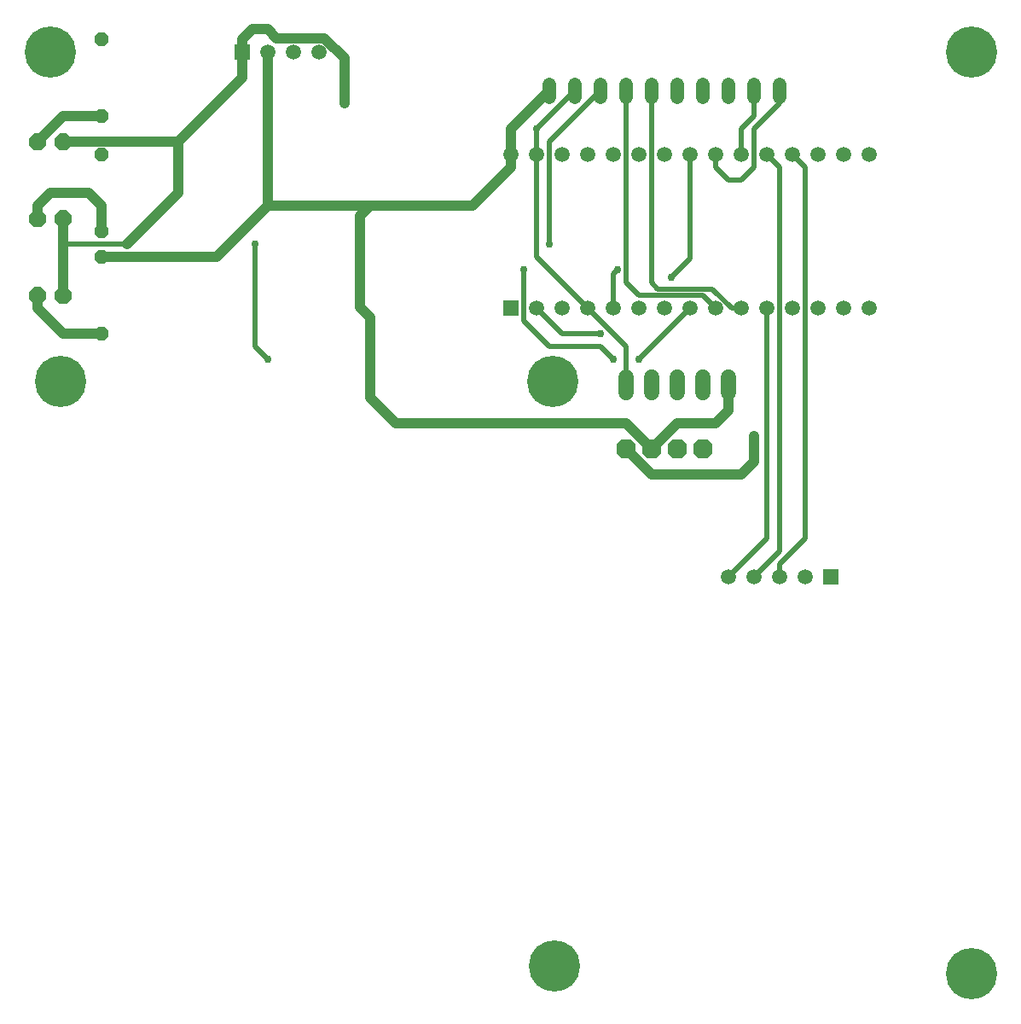
<source format=gbr>
G04 EAGLE Gerber X2 export*
%TF.Part,Single*%
%TF.FileFunction,Copper,L1,Top,Mixed*%
%TF.FilePolarity,Positive*%
%TF.GenerationSoftware,Autodesk,EAGLE,8.6.3*%
%TF.CreationDate,2019-03-08T18:13:08Z*%
G75*
%MOMM*%
%FSLAX34Y34*%
%LPD*%
%AMOC8*
5,1,8,0,0,1.08239X$1,22.5*%
G01*
%ADD10P,2.089446X8X22.500000*%
%ADD11P,1.814519X8X22.500000*%
%ADD12R,1.508000X1.508000*%
%ADD13C,1.508000*%
%ADD14P,1.429621X8X112.500000*%
%ADD15C,1.524000*%
%ADD16C,1.320800*%
%ADD17C,0.508000*%
%ADD18C,0.756400*%
%ADD19C,1.016000*%
%ADD20C,5.080000*%


D10*
X660400Y558800D03*
X609600Y558800D03*
X635000Y558800D03*
X685800Y558800D03*
D11*
X25400Y711200D03*
X50800Y711200D03*
X25400Y787400D03*
X50800Y787400D03*
X25400Y863600D03*
X50800Y863600D03*
D12*
X495300Y698500D03*
D13*
X520700Y698500D03*
X546100Y698500D03*
X571500Y698500D03*
X596900Y698500D03*
X622300Y698500D03*
X647700Y698500D03*
X673100Y698500D03*
X698500Y698500D03*
X723900Y698500D03*
X749300Y698500D03*
X774700Y698500D03*
X495300Y850900D03*
X520700Y850900D03*
X546100Y850900D03*
X571500Y850900D03*
X596900Y850900D03*
X622300Y850900D03*
X673100Y850900D03*
X698500Y850900D03*
X749300Y850900D03*
X774700Y850900D03*
X723900Y850900D03*
X647700Y850900D03*
X800100Y698500D03*
X825500Y698500D03*
X850900Y698500D03*
X800100Y850900D03*
X825500Y850900D03*
X850900Y850900D03*
D14*
X88900Y889000D03*
X88900Y965200D03*
X88900Y673100D03*
X88900Y749300D03*
X88900Y774700D03*
X88900Y850900D03*
D15*
X609600Y629920D02*
X609600Y614680D01*
X635000Y614680D02*
X635000Y629920D01*
X660400Y629920D02*
X660400Y614680D01*
X685800Y614680D02*
X685800Y629920D01*
X711200Y629920D02*
X711200Y614680D01*
D16*
X762000Y907796D02*
X762000Y921004D01*
X736600Y921004D02*
X736600Y907796D01*
X711200Y907796D02*
X711200Y921004D01*
X685800Y921004D02*
X685800Y907796D01*
X660400Y907796D02*
X660400Y921004D01*
X635000Y921004D02*
X635000Y907796D01*
X609600Y907796D02*
X609600Y921004D01*
X584200Y921004D02*
X584200Y907796D01*
X558800Y907796D02*
X558800Y921004D01*
X533400Y921004D02*
X533400Y907796D01*
D12*
X228600Y952500D03*
D13*
X254000Y952500D03*
X279400Y952500D03*
X304800Y952500D03*
D12*
X812800Y431800D03*
D13*
X787400Y431800D03*
X762000Y431800D03*
X736600Y431800D03*
X711200Y431800D03*
D17*
X50800Y711200D02*
X50800Y762000D01*
X50800Y787400D01*
X50800Y762000D02*
X114300Y762000D01*
X520700Y876300D02*
X558800Y914400D01*
X520700Y876300D02*
X520700Y850900D01*
X520700Y749300D02*
X571500Y698500D01*
X520700Y749300D02*
X520700Y850900D01*
D18*
X520700Y876300D03*
X330200Y901700D03*
D17*
X266700Y965200D02*
X254053Y977847D01*
X571500Y698500D02*
X609600Y660400D01*
X609600Y622300D01*
D19*
X50800Y711200D02*
X50800Y787400D01*
X50800Y863600D02*
X82921Y863600D01*
X83429Y864108D01*
X94371Y864108D01*
X94879Y863600D01*
X165100Y863600D01*
X228600Y927100D01*
X228600Y952500D01*
X165100Y863600D02*
X165100Y812800D01*
X114300Y762000D01*
X228600Y952500D02*
X228600Y965147D01*
X238759Y975306D01*
X254054Y975310D01*
X262720Y966644D01*
X310659Y966644D01*
X330200Y947103D01*
X330200Y901700D01*
D17*
X495300Y876300D02*
X495300Y850900D01*
X495300Y838200D01*
X352884Y695784D02*
X355600Y693067D01*
X355600Y609600D01*
D19*
X203200Y749300D02*
X88900Y749300D01*
X203200Y749300D02*
X254000Y800100D01*
X254000Y952500D01*
X254000Y800100D02*
X355600Y800100D01*
X457200Y800100D01*
X495300Y838200D01*
X495300Y876300D01*
X533400Y914400D01*
X355600Y800100D02*
X345600Y790100D01*
X345600Y699475D01*
X355600Y689475D02*
X355600Y609600D01*
X355600Y689475D02*
X345600Y699475D01*
X355600Y609600D02*
X381000Y584200D01*
X609600Y584200D01*
X635000Y558800D01*
X660400Y584200D01*
X698500Y584200D01*
X711200Y596900D01*
X711200Y622300D01*
X25400Y698500D02*
X25400Y711200D01*
X25400Y698500D02*
X50800Y673100D01*
X88900Y673100D01*
X25400Y787400D02*
X25400Y800100D01*
X38100Y812800D01*
X76200Y812800D01*
X88900Y800100D01*
X88900Y774700D01*
X25400Y863600D02*
X50800Y889000D01*
X88900Y889000D01*
D17*
X673100Y850900D02*
X673100Y747696D01*
X654852Y729448D01*
D18*
X654852Y729448D03*
D17*
X546100Y673100D02*
X520700Y698500D01*
X546100Y673100D02*
X584200Y673100D01*
D18*
X584200Y673100D03*
D17*
X635000Y723900D02*
X635000Y914400D01*
X635000Y723900D02*
X641096Y717804D01*
X714911Y698500D02*
X723900Y698500D01*
X714911Y698500D02*
X695607Y717804D01*
X641096Y717804D01*
X609600Y723900D02*
X609600Y914400D01*
X609600Y723900D02*
X622300Y711200D01*
X685800Y711200D01*
X698500Y698500D01*
X736600Y889000D02*
X736600Y914400D01*
X736600Y889000D02*
X723900Y876300D01*
X723900Y850900D01*
X698500Y850900D02*
X698500Y838200D01*
X711200Y825500D01*
X723900Y825500D01*
X736600Y838200D01*
X736600Y876300D01*
X762000Y901700D02*
X762000Y914400D01*
X762000Y901700D02*
X736600Y876300D01*
D18*
X601754Y737294D03*
D17*
X596900Y732440D01*
X596900Y698500D01*
X533400Y863600D02*
X584200Y914400D01*
X533400Y863600D02*
X533400Y762000D01*
D18*
X533400Y762000D03*
X508000Y737294D03*
D17*
X508000Y685800D01*
X533400Y660400D01*
X584200Y660400D01*
X596900Y647700D01*
D18*
X596900Y647700D03*
X622300Y647700D03*
D17*
X673100Y698500D01*
D18*
X736600Y571500D03*
D19*
X635000Y533400D02*
X609600Y558800D01*
X635000Y533400D02*
X723900Y533400D01*
X736600Y546100D01*
X736600Y571500D01*
D17*
X762000Y444500D02*
X762000Y431800D01*
X787400Y469900D02*
X787400Y838200D01*
X774700Y850900D01*
X787400Y469900D02*
X762000Y444500D01*
X762000Y838200D02*
X749300Y850900D01*
X762000Y838200D02*
X762000Y457200D01*
X736600Y431800D01*
X749300Y469900D02*
X749300Y698500D01*
X749300Y469900D02*
X711200Y431800D01*
D20*
X952500Y38100D03*
X952500Y952500D03*
X38100Y952500D03*
X48260Y626110D03*
X537210Y626110D03*
X538480Y45720D03*
D18*
X254000Y647700D03*
D17*
X241300Y660400D01*
X241300Y762000D01*
D18*
X241300Y762000D03*
M02*

</source>
